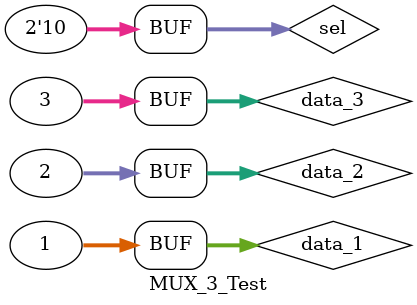
<source format=v>
`timescale 1ns / 1ps


module MUX_3_Test;

	// Inputs
	reg [31:0] data_1;
	reg [31:0] data_2;
	reg [31:0] data_3;
	reg [1:0] sel;

	// Outputs
	wire [31:0] out_data;

	// Instantiate the Unit Under Test (UUT)
	MUX_3 uut (
		.data_1(data_1), 
		.data_2(data_2), 
		.data_3(data_3), 
		.sel(sel), 
		.out_data(out_data)
	);

	initial begin
		// Initialize Inputs
		data_1 = 1;
		data_2 = 2;
		data_3 = 3;
		sel = 0;
		#100;
		sel = 1;
		#100;
		sel = 2;
        
		// Add stimulus here

	end
      
endmodule


</source>
